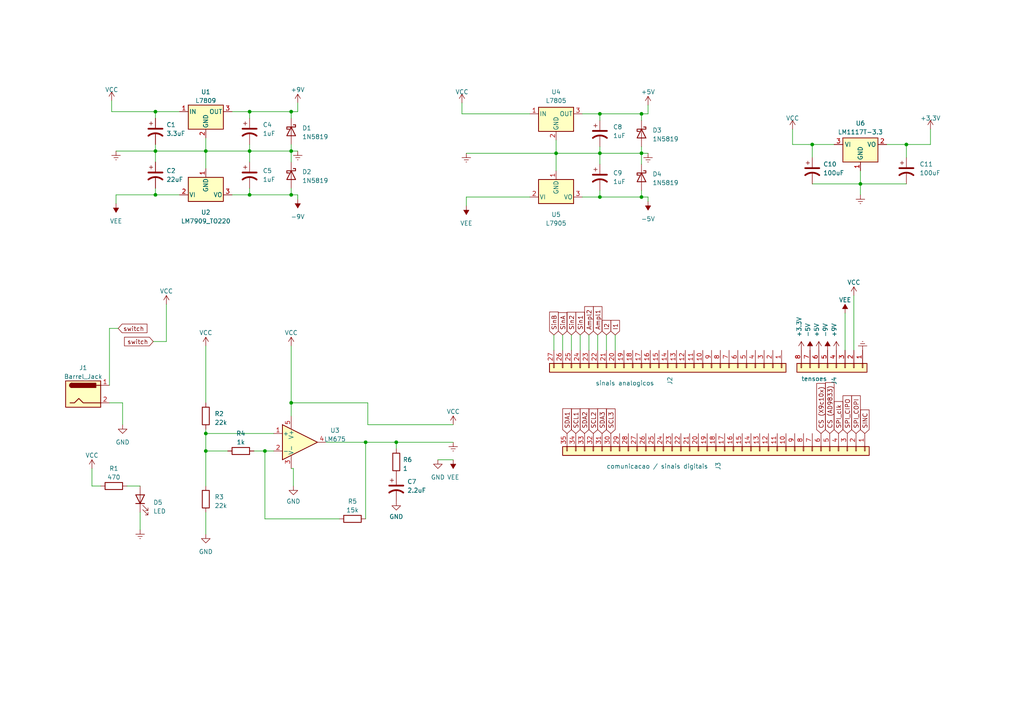
<source format=kicad_sch>
(kicad_sch (version 20230121) (generator eeschema)
  (paper "A4")
  (title_block (title "Fonte de tensao LM675") (date "2023-07-07") (rev "v04") (company "EITduino") (comment 1 "Autor: Gustavo Pinheiro") (comment 2 "projeto com uso de capacitores eletroliticos ou ceramicos") (comment 3 "\"switch\": chave gangorra kcd1para acionamento"))
  (lib_symbols
    (symbol "Amplifier_Operational:LM675" (pin_names (offset 0.127))
      (property "Reference" "U" (at 0 7.62 0))
      (property "Value" "LM675" (at 0 5.08 0))
      (symbol "LM675_0_1"
        (polyline (pts (xy -5.08 5.08) (xy 5.08 0) (xy -5.08 -5.08) (xy -5.08 5.08)) (stroke (width 0.254)) (fill (type background)))
      )
      (symbol "LM675_1_1"
        (pin input line (at -7.62 2.54 0) (length 2.54) (name "+") (number "1"))
        (pin input line (at -7.62 -2.54 0) (length 2.54) (name "-") (number "2"))
        (pin power_in line (at -2.54 -7.62 90) (length 3.81) (name "V-") (number "3"))
        (pin output line (at 7.62 0 180) (length 2.54) (name "~") (number "4"))
        (pin power_in line (at -2.54 7.62 270) (length 3.81) (name "V+") (number "5"))
      )
    )
    (symbol "Connector:Barrel_Jack" (pin_names (offset 1.016))
      (property "Reference" "J" (at 0 5.334 0))
      (property "Value" "Barrel_Jack" (at 0 -5.08 0))
      (symbol "Barrel_Jack_0_1"
        (rectangle (start -5.08 3.81) (end 5.08 -3.81) (stroke (width 0.254)) (fill (type background)))
        (arc (start -3.302 3.175) (mid -3.9343 2.54) (end -3.302 1.905) (stroke (width 0.254)))
        (arc (start -3.302 3.175) (mid -3.9343 2.54) (end -3.302 1.905) (stroke (width 0.254)) (fill (type outline)))
        (polyline (pts (xy 5.08 2.54) (xy 3.81 2.54)) (stroke (width 0.254)))
        (polyline (pts (xy -3.81 -2.54) (xy -2.54 -2.54) (xy -1.27 -1.27) (xy 0 -2.54) (xy 2.54 -2.54) (xy 5.08 -2.54)) (stroke (width 0.254)))
        (rectangle (start 3.683 3.175) (end -3.302 1.905) (stroke (width 0.254)) (fill (type outline)))
      )
      (symbol "Barrel_Jack_1_1"
        (pin passive line (at 7.62 2.54 180) (length 2.54) (name "~") (number "1"))
        (pin passive line (at 7.62 -2.54 180) (length 2.54) (name "~") (number "2"))
      )
    )
    (symbol "Connector_Generic:Conn_01x08" (pin_names (offset 1.016) hide)
      (property "Reference" "J" (at 0 10.16 0))
      (property "Value" "Conn_01x08" (at 0 -12.7 0))
      (symbol "Conn_01x08_1_1"
        (rectangle (start -1.27 -10.033) (end 0 -10.287) (stroke (width 0.1524)))
        (rectangle (start -1.27 -7.493) (end 0 -7.747) (stroke (width 0.1524)))
        (rectangle (start -1.27 -4.953) (end 0 -5.207) (stroke (width 0.1524)))
        (rectangle (start -1.27 -2.413) (end 0 -2.667) (stroke (width 0.1524)))
        (rectangle (start -1.27 0.127) (end 0 -0.127) (stroke (width 0.1524)))
        (rectangle (start -1.27 2.667) (end 0 2.413) (stroke (width 0.1524)))
        (rectangle (start -1.27 5.207) (end 0 4.953) (stroke (width 0.1524)))
        (rectangle (start -1.27 7.747) (end 0 7.493) (stroke (width 0.1524)))
        (rectangle (start -1.27 8.89) (end 1.27 -11.43) (stroke (width 0.254)) (fill (type background)))
        (pin passive line (at -5.08 7.62 0) (length 3.81) (name "Pin_1") (number "1"))
        (pin passive line (at -5.08 5.08 0) (length 3.81) (name "Pin_2") (number "2"))
        (pin passive line (at -5.08 2.54 0) (length 3.81) (name "Pin_3") (number "3"))
        (pin passive line (at -5.08 0 0) (length 3.81) (name "Pin_4") (number "4"))
        (pin passive line (at -5.08 -2.54 0) (length 3.81) (name "Pin_5") (number "5"))
        (pin passive line (at -5.08 -5.08 0) (length 3.81) (name "Pin_6") (number "6"))
        (pin passive line (at -5.08 -7.62 0) (length 3.81) (name "Pin_7") (number "7"))
        (pin passive line (at -5.08 -10.16 0) (length 3.81) (name "Pin_8") (number "8"))
      )
    )
    (symbol "Connector_Generic:Conn_01x27" (pin_names (offset 1.016) hide)
      (property "Reference" "J" (at 0 35.56 0))
      (property "Value" "Conn_01x27" (at 0 -35.56 0))
      (symbol "Conn_01x27_1_1"
        (rectangle (start -1.27 -32.893) (end 0 -33.147) (stroke (width 0.1524)))
        (rectangle (start -1.27 -30.353) (end 0 -30.607) (stroke (width 0.1524)))
        (rectangle (start -1.27 -27.813) (end 0 -28.067) (stroke (width 0.1524)))
        (rectangle (start -1.27 -25.273) (end 0 -25.527) (stroke (width 0.1524)))
        (rectangle (start -1.27 -22.733) (end 0 -22.987) (stroke (width 0.1524)))
        (rectangle (start -1.27 -20.193) (end 0 -20.447) (stroke (width 0.1524)))
        (rectangle (start -1.27 -17.653) (end 0 -17.907) (stroke (width 0.1524)))
        (rectangle (start -1.27 -15.113) (end 0 -15.367) (stroke (width 0.1524)))
        (rectangle (start -1.27 -12.573) (end 0 -12.827) (stroke (width 0.1524)))
        (rectangle (start -1.27 -10.033) (end 0 -10.287) (stroke (width 0.1524)))
        (rectangle (start -1.27 -7.493) (end 0 -7.747) (stroke (width 0.1524)))
        (rectangle (start -1.27 -4.953) (end 0 -5.207) (stroke (width 0.1524)))
        (rectangle (start -1.27 -2.413) (end 0 -2.667) (stroke (width 0.1524)))
        (rectangle (start -1.27 0.127) (end 0 -0.127) (stroke (width 0.1524)))
        (rectangle (start -1.27 2.667) (end 0 2.413) (stroke (width 0.1524)))
        (rectangle (start -1.27 5.207) (end 0 4.953) (stroke (width 0.1524)))
        (rectangle (start -1.27 7.747) (end 0 7.493) (stroke (width 0.1524)))
        (rectangle (start -1.27 10.287) (end 0 10.033) (stroke (width 0.1524)))
        (rectangle (start -1.27 12.827) (end 0 12.573) (stroke (width 0.1524)))
        (rectangle (start -1.27 15.367) (end 0 15.113) (stroke (width 0.1524)))
        (rectangle (start -1.27 17.907) (end 0 17.653) (stroke (width 0.1524)))
        (rectangle (start -1.27 20.447) (end 0 20.193) (stroke (width 0.1524)))
        (rectangle (start -1.27 22.987) (end 0 22.733) (stroke (width 0.1524)))
        (rectangle (start -1.27 25.527) (end 0 25.273) (stroke (width 0.1524)))
        (rectangle (start -1.27 28.067) (end 0 27.813) (stroke (width 0.1524)))
        (rectangle (start -1.27 30.607) (end 0 30.353) (stroke (width 0.1524)))
        (rectangle (start -1.27 33.147) (end 0 32.893) (stroke (width 0.1524)))
        (rectangle (start -1.27 34.29) (end 1.27 -34.29) (stroke (width 0.254)) (fill (type background)))
        (pin passive line (at -5.08 33.02 0) (length 3.81) (name "Pin_1") (number "1"))
        (pin passive line (at -5.08 10.16 0) (length 3.81) (name "Pin_10") (number "10"))
        (pin passive line (at -5.08 7.62 0) (length 3.81) (name "Pin_11") (number "11"))
        (pin passive line (at -5.08 5.08 0) (length 3.81) (name "Pin_12") (number "12"))
        (pin passive line (at -5.08 2.54 0) (length 3.81) (name "Pin_13") (number "13"))
        (pin passive line (at -5.08 0 0) (length 3.81) (name "Pin_14") (number "14"))
        (pin passive line (at -5.08 -2.54 0) (length 3.81) (name "Pin_15") (number "15"))
        (pin passive line (at -5.08 -5.08 0) (length 3.81) (name "Pin_16") (number "16"))
        (pin passive line (at -5.08 -7.62 0) (length 3.81) (name "Pin_17") (number "17"))
        (pin passive line (at -5.08 -10.16 0) (length 3.81) (name "Pin_18") (number "18"))
        (pin passive line (at -5.08 -12.7 0) (length 3.81) (name "Pin_19") (number "19"))
        (pin passive line (at -5.08 30.48 0) (length 3.81) (name "Pin_2") (number "2"))
        (pin passive line (at -5.08 -15.24 0) (length 3.81) (name "Pin_20") (number "20"))
        (pin passive line (at -5.08 -17.78 0) (length 3.81) (name "Pin_21") (number "21"))
        (pin passive line (at -5.08 -20.32 0) (length 3.81) (name "Pin_22") (number "22"))
        (pin passive line (at -5.08 -22.86 0) (length 3.81) (name "Pin_23") (number "23"))
        (pin passive line (at -5.08 -25.4 0) (length 3.81) (name "Pin_24") (number "24"))
        (pin passive line (at -5.08 -27.94 0) (length 3.81) (name "Pin_25") (number "25"))
        (pin passive line (at -5.08 -30.48 0) (length 3.81) (name "Pin_26") (number "26"))
        (pin passive line (at -5.08 -33.02 0) (length 3.81) (name "Pin_27") (number "27"))
        (pin passive line (at -5.08 27.94 0) (length 3.81) (name "Pin_3") (number "3"))
        (pin passive line (at -5.08 25.4 0) (length 3.81) (name "Pin_4") (number "4"))
        (pin passive line (at -5.08 22.86 0) (length 3.81) (name "Pin_5") (number "5"))
        (pin passive line (at -5.08 20.32 0) (length 3.81) (name "Pin_6") (number "6"))
        (pin passive line (at -5.08 17.78 0) (length 3.81) (name "Pin_7") (number "7"))
        (pin passive line (at -5.08 15.24 0) (length 3.81) (name "Pin_8") (number "8"))
        (pin passive line (at -5.08 12.7 0) (length 3.81) (name "Pin_9") (number "9"))
      )
    )
    (symbol "Connector_Generic:Conn_01x35" (pin_names (offset 1.016) hide)
      (property "Reference" "J" (at 0 45.72 0))
      (property "Value" "Conn_01x35" (at 0 -45.72 0))
      (symbol "Conn_01x35_1_1"
        (rectangle (start -1.27 -43.053) (end 0 -43.307) (stroke (width 0.1524)))
        (rectangle (start -1.27 -40.513) (end 0 -40.767) (stroke (width 0.1524)))
        (rectangle (start -1.27 -37.973) (end 0 -38.227) (stroke (width 0.1524)))
        (rectangle (start -1.27 -35.433) (end 0 -35.687) (stroke (width 0.1524)))
        (rectangle (start -1.27 -32.893) (end 0 -33.147) (stroke (width 0.1524)))
        (rectangle (start -1.27 -30.353) (end 0 -30.607) (stroke (width 0.1524)))
        (rectangle (start -1.27 -27.813) (end 0 -28.067) (stroke (width 0.1524)))
        (rectangle (start -1.27 -25.273) (end 0 -25.527) (stroke (width 0.1524)))
        (rectangle (start -1.27 -22.733) (end 0 -22.987) (stroke (width 0.1524)))
        (rectangle (start -1.27 -20.193) (end 0 -20.447) (stroke (width 0.1524)))
        (rectangle (start -1.27 -17.653) (end 0 -17.907) (stroke (width 0.1524)))
        (rectangle (start -1.27 -15.113) (end 0 -15.367) (stroke (width 0.1524)))
        (rectangle (start -1.27 -12.573) (end 0 -12.827) (stroke (width 0.1524)))
        (rectangle (start -1.27 -10.033) (end 0 -10.287) (stroke (width 0.1524)))
        (rectangle (start -1.27 -7.493) (end 0 -7.747) (stroke (width 0.1524)))
        (rectangle (start -1.27 -4.953) (end 0 -5.207) (stroke (width 0.1524)))
        (rectangle (start -1.27 -2.413) (end 0 -2.667) (stroke (width 0.1524)))
        (rectangle (start -1.27 0.127) (end 0 -0.127) (stroke (width 0.1524)))
        (rectangle (start -1.27 2.667) (end 0 2.413) (stroke (width 0.1524)))
        (rectangle (start -1.27 5.207) (end 0 4.953) (stroke (width 0.1524)))
        (rectangle (start -1.27 7.747) (end 0 7.493) (stroke (width 0.1524)))
        (rectangle (start -1.27 10.287) (end 0 10.033) (stroke (width 0.1524)))
        (rectangle (start -1.27 12.827) (end 0 12.573) (stroke (width 0.1524)))
        (rectangle (start -1.27 15.367) (end 0 15.113) (stroke (width 0.1524)))
        (rectangle (start -1.27 17.907) (end 0 17.653) (stroke (width 0.1524)))
        (rectangle (start -1.27 20.447) (end 0 20.193) (stroke (width 0.1524)))
        (rectangle (start -1.27 22.987) (end 0 22.733) (stroke (width 0.1524)))
        (rectangle (start -1.27 25.527) (end 0 25.273) (stroke (width 0.1524)))
        (rectangle (start -1.27 28.067) (end 0 27.813) (stroke (width 0.1524)))
        (rectangle (start -1.27 30.607) (end 0 30.353) (stroke (width 0.1524)))
        (rectangle (start -1.27 33.147) (end 0 32.893) (stroke (width 0.1524)))
        (rectangle (start -1.27 35.687) (end 0 35.433) (stroke (width 0.1524)))
        (rectangle (start -1.27 38.227) (end 0 37.973) (stroke (width 0.1524)))
        (rectangle (start -1.27 40.767) (end 0 40.513) (stroke (width 0.1524)))
        (rectangle (start -1.27 43.307) (end 0 43.053) (stroke (width 0.1524)))
        (rectangle (start -1.27 44.45) (end 1.27 -44.45) (stroke (width 0.254)) (fill (type background)))
        (pin passive line (at -5.08 43.18 0) (length 3.81) (name "Pin_1") (number "1"))
        (pin passive line (at -5.08 20.32 0) (length 3.81) (name "Pin_10") (number "10"))
        (pin passive line (at -5.08 17.78 0) (length 3.81) (name "Pin_11") (number "11"))
        (pin passive line (at -5.08 15.24 0) (length 3.81) (name "Pin_12") (number "12"))
        (pin passive line (at -5.08 12.7 0) (length 3.81) (name "Pin_13") (number "13"))
        (pin passive line (at -5.08 10.16 0) (length 3.81) (name "Pin_14") (number "14"))
        (pin passive line (at -5.08 7.62 0) (length 3.81) (name "Pin_15") (number "15"))
        (pin passive line (at -5.08 5.08 0) (length 3.81) (name "Pin_16") (number "16"))
        (pin passive line (at -5.08 2.54 0) (length 3.81) (name "Pin_17") (number "17"))
        (pin passive line (at -5.08 0 0) (length 3.81) (name "Pin_18") (number "18"))
        (pin passive line (at -5.08 -2.54 0) (length 3.81) (name "Pin_19") (number "19"))
        (pin passive line (at -5.08 40.64 0) (length 3.81) (name "Pin_2") (number "2"))
        (pin passive line (at -5.08 -5.08 0) (length 3.81) (name "Pin_20") (number "20"))
        (pin passive line (at -5.08 -7.62 0) (length 3.81) (name "Pin_21") (number "21"))
        (pin passive line (at -5.08 -10.16 0) (length 3.81) (name "Pin_22") (number "22"))
        (pin passive line (at -5.08 -12.7 0) (length 3.81) (name "Pin_23") (number "23"))
        (pin passive line (at -5.08 -15.24 0) (length 3.81) (name "Pin_24") (number "24"))
        (pin passive line (at -5.08 -17.78 0) (length 3.81) (name "Pin_25") (number "25"))
        (pin passive line (at -5.08 -20.32 0) (length 3.81) (name "Pin_26") (number "26"))
        (pin passive line (at -5.08 -22.86 0) (length 3.81) (name "Pin_27") (number "27"))
        (pin passive line (at -5.08 -25.4 0) (length 3.81) (name "Pin_28") (number "28"))
        (pin passive line (at -5.08 -27.94 0) (length 3.81) (name "Pin_29") (number "29"))
        (pin passive line (at -5.08 38.1 0) (length 3.81) (name "Pin_3") (number "3"))
        (pin passive line (at -5.08 -30.48 0) (length 3.81) (name "Pin_30") (number "30"))
        (pin passive line (at -5.08 -33.02 0) (length 3.81) (name "Pin_31") (number "31"))
        (pin passive line (at -5.08 -35.56 0) (length 3.81) (name "Pin_32") (number "32"))
        (pin passive line (at -5.08 -38.1 0) (length 3.81) (name "Pin_33") (number "33"))
        (pin passive line (at -5.08 -40.64 0) (length 3.81) (name "Pin_34") (number "34"))
        (pin passive line (at -5.08 -43.18 0) (length 3.81) (name "Pin_35") (number "35"))
        (pin passive line (at -5.08 35.56 0) (length 3.81) (name "Pin_4") (number "4"))
        (pin passive line (at -5.08 33.02 0) (length 3.81) (name "Pin_5") (number "5"))
        (pin passive line (at -5.08 30.48 0) (length 3.81) (name "Pin_6") (number "6"))
        (pin passive line (at -5.08 27.94 0) (length 3.81) (name "Pin_7") (number "7"))
        (pin passive line (at -5.08 25.4 0) (length 3.81) (name "Pin_8") (number "8"))
        (pin passive line (at -5.08 22.86 0) (length 3.81) (name "Pin_9") (number "9"))
      )
    )
    (symbol "Device:C_Polarized_US" (pin_numbers hide) (pin_names (offset 0.254) hide)
      (property "Reference" "C" (at 0.635 2.54 0))
      (property "Value" "C_Polarized_US" (at 0.635 -2.54 0))
      (symbol "C_Polarized_US_0_1"
        (polyline (pts (xy -2.032 0.762) (xy 2.032 0.762)) (stroke (width 0.508)))
        (polyline (pts (xy -1.778 2.286) (xy -0.762 2.286)))
        (polyline (pts (xy -1.27 1.778) (xy -1.27 2.794)))
        (arc (start 2.032 -1.27) (mid 0 -0.5572) (end -2.032 -1.27) (stroke (width 0.508)))
      )
      (symbol "C_Polarized_US_1_1"
        (pin passive line (at 0 3.81 270) (length 2.794) (name "~") (number "1"))
        (pin passive line (at 0 -3.81 90) (length 3.302) (name "~") (number "2"))
      )
    )
    (symbol "Device:LED" (pin_numbers hide) (pin_names (offset 1.016) hide)
      (property "Reference" "D" (at 0 2.54 0))
      (property "Value" "LED" (at 0 -2.54 0))
      (symbol "LED_0_1"
        (polyline (pts (xy -1.27 -1.27) (xy -1.27 1.27)) (stroke (width 0.254)))
        (polyline (pts (xy -1.27 0) (xy 1.27 0)))
        (polyline (pts (xy 1.27 -1.27) (xy 1.27 1.27) (xy -1.27 0) (xy 1.27 -1.27)) (stroke (width 0.254)))
        (polyline (pts (xy -3.048 -0.762) (xy -4.572 -2.286) (xy -3.81 -2.286) (xy -4.572 -2.286) (xy -4.572 -1.524)))
        (polyline (pts (xy -1.778 -0.762) (xy -3.302 -2.286) (xy -2.54 -2.286) (xy -3.302 -2.286) (xy -3.302 -1.524)))
      )
      (symbol "LED_1_1"
        (pin passive line (at -3.81 0 0) (length 2.54) (name "K") (number "1"))
        (pin passive line (at 3.81 0 180) (length 2.54) (name "A") (number "2"))
      )
    )
    (symbol "Device:R" (pin_numbers hide) (pin_names (offset 0))
      (property "Reference" "R" (at 2.032 0 90))
      (property "Value" "R" (at 0 0 90))
      (symbol "R_0_1"
        (rectangle (start -1.016 -2.54) (end 1.016 2.54) (stroke (width 0.254)))
      )
      (symbol "R_1_1"
        (pin passive line (at 0 3.81 270) (length 1.27) (name "~") (number "1"))
        (pin passive line (at 0 -3.81 90) (length 1.27) (name "~") (number "2"))
      )
    )
    (symbol "Diode:1N5819" (pin_numbers hide) (pin_names (offset 1.016) hide)
      (property "Reference" "D" (at 0 2.54 0))
      (property "Value" "1N5819" (at 0 -2.54 0))
      (symbol "1N5819_0_1"
        (polyline (pts (xy 1.27 0) (xy -1.27 0)))
        (polyline (pts (xy 1.27 1.27) (xy 1.27 -1.27) (xy -1.27 0) (xy 1.27 1.27)) (stroke (width 0.254)))
        (polyline (pts (xy -1.905 0.635) (xy -1.905 1.27) (xy -1.27 1.27) (xy -1.27 -1.27) (xy -0.635 -1.27) (xy -0.635 -0.635)) (stroke (width 0.254)))
      )
      (symbol "1N5819_1_1"
        (pin passive line (at -3.81 0 0) (length 2.54) (name "K") (number "1"))
        (pin passive line (at 3.81 0 180) (length 2.54) (name "A") (number "2"))
      )
    )
    (symbol "Regulator_Linear:L7805" (pin_names (offset 0.254))
      (property "Reference" "U" (at -3.81 3.175 0))
      (property "Value" "L7805" (at 0 3.175 0))
      (symbol "L7805_0_1"
        (rectangle (start -5.08 1.905) (end 5.08 -5.08) (stroke (width 0.254)) (fill (type background)))
      )
      (symbol "L7805_1_1"
        (pin power_in line (at -7.62 0 0) (length 2.54) (name "IN") (number "1"))
        (pin power_in line (at 0 -7.62 90) (length 2.54) (name "GND") (number "2"))
        (pin power_out line (at 7.62 0 180) (length 2.54) (name "OUT") (number "3"))
      )
    )
    (symbol "Regulator_Linear:L7809" (pin_names (offset 0.254))
      (property "Reference" "U" (at -3.81 3.175 0))
      (property "Value" "L7809" (at 0 3.175 0))
      (symbol "L7809_0_1"
        (rectangle (start -5.08 1.905) (end 5.08 -5.08) (stroke (width 0.254)) (fill (type background)))
      )
      (symbol "L7809_1_1"
        (pin power_in line (at -7.62 0 0) (length 2.54) (name "IN") (number "1"))
        (pin power_in line (at 0 -7.62 90) (length 2.54) (name "GND") (number "2"))
        (pin power_out line (at 7.62 0 180) (length 2.54) (name "OUT") (number "3"))
      )
    )
    (symbol "Regulator_Linear:L7905" (pin_names (offset 0.254))
      (property "Reference" "U" (at -3.81 -3.175 0))
      (property "Value" "L7905" (at 0 -3.175 0))
      (symbol "L7905_0_1"
        (rectangle (start -5.08 5.08) (end 5.08 -1.905) (stroke (width 0.254)) (fill (type background)))
      )
      (symbol "L7905_1_1"
        (pin power_in line (at 0 7.62 270) (length 2.54) (name "GND") (number "1"))
        (pin power_in line (at -7.62 0 0) (length 2.54) (name "VI") (number "2"))
        (pin power_out line (at 7.62 0 180) (length 2.54) (name "VO") (number "3"))
      )
    )
    (symbol "Regulator_Linear:LM1117T-3.3"
      (property "Reference" "U" (at -3.81 3.175 0))
      (property "Value" "LM1117T-3.3" (at 0 3.175 0))
      (symbol "LM1117T-3.3_0_1"
        (rectangle (start -5.08 -5.08) (end 5.08 1.905) (stroke (width 0.254)) (fill (type background)))
      )
      (symbol "LM1117T-3.3_1_1"
        (pin power_in line (at 0 -7.62 90) (length 2.54) (name "GND") (number "1"))
        (pin power_out line (at 7.62 0 180) (length 2.54) (name "VO") (number "2"))
        (pin power_in line (at -7.62 0 0) (length 2.54) (name "VI") (number "3"))
      )
    )
    (symbol "Regulator_Linear:LM7909_TO220" (pin_names (offset 0.254))
      (property "Reference" "U" (at -3.81 -3.175 0))
      (property "Value" "LM7909_TO220" (at 0 -3.175 0))
      (symbol "LM7909_TO220_0_1"
        (rectangle (start -5.08 5.08) (end 5.08 -1.905) (stroke (width 0.254)) (fill (type background)))
      )
      (symbol "LM7909_TO220_1_1"
        (pin power_in line (at 0 7.62 270) (length 2.54) (name "GND") (number "1"))
        (pin power_in line (at -7.62 0 0) (length 2.54) (name "VI") (number "2"))
        (pin power_out line (at 7.62 0 180) (length 2.54) (name "VO") (number "3"))
      )
    )
    (symbol "VCC_1" (power) (pin_names (offset 0))
      (property "Value" "VCC_1" (at 0 3.81 0))
      (symbol "VCC_1_0_1"
        (polyline (pts (xy -0.762 1.27) (xy 0 2.54)))
        (polyline (pts (xy 0 0) (xy 0 2.54)))
        (polyline (pts (xy 0 2.54) (xy 0.762 1.27)))
      )
      (symbol "VCC_1_1_1"
        (pin power_in line (at 0 0 90) (length 0) hide (name "VCC") (number "1"))
      )
    )
    (symbol "power:+3.3V" (power) (pin_names (offset 0))
      (property "Value" "+3.3V" (at 0 3.556 0))
      (symbol "+3.3V_0_1"
        (polyline (pts (xy -0.762 1.27) (xy 0 2.54)))
        (polyline (pts (xy 0 0) (xy 0 2.54)))
        (polyline (pts (xy 0 2.54) (xy 0.762 1.27)))
      )
      (symbol "+3.3V_1_1"
        (pin power_in line (at 0 0 90) (length 0) hide (name "+3.3V") (number "1"))
      )
    )
    (symbol "power:+5V" (power) (pin_names (offset 0))
      (property "Value" "+5V" (at 0 3.556 0))
      (symbol "+5V_0_1"
        (polyline (pts (xy -0.762 1.27) (xy 0 2.54)))
        (polyline (pts (xy 0 0) (xy 0 2.54)))
        (polyline (pts (xy 0 2.54) (xy 0.762 1.27)))
      )
      (symbol "+5V_1_1"
        (pin power_in line (at 0 0 90) (length 0) hide (name "+5V") (number "1"))
      )
    )
    (symbol "power:+9V" (power) (pin_names (offset 0))
      (property "Value" "+9V" (at 0 3.556 0))
      (symbol "+9V_0_1"
        (polyline (pts (xy -0.762 1.27) (xy 0 2.54)))
        (polyline (pts (xy 0 0) (xy 0 2.54)))
        (polyline (pts (xy 0 2.54) (xy 0.762 1.27)))
      )
      (symbol "+9V_1_1"
        (pin power_in line (at 0 0 90) (length 0) hide (name "+9V") (number "1"))
      )
    )
    (symbol "power:-5V" (power) (pin_names (offset 0))
      (property "Value" "-5V" (at 0 3.81 0))
      (symbol "-5V_0_0"
        (pin power_in line (at 0 0 90) (length 0) hide (name "-5V") (number "1"))
      )
      (symbol "-5V_0_1"
        (polyline (pts (xy 0 0) (xy 0 1.27) (xy 0.762 1.27) (xy 0 2.54) (xy -0.762 1.27) (xy 0 1.27)) (fill (type outline)))
      )
    )
    (symbol "power:-9V" (power) (pin_names (offset 0))
      (property "Value" "-9V" (at 0 3.81 0))
      (symbol "-9V_0_1"
        (polyline (pts (xy 0 0) (xy 0 2.54)))
        (polyline (pts (xy 0.762 1.27) (xy -0.762 1.27) (xy 0 2.54) (xy 0.762 1.27)) (fill (type outline)))
      )
      (symbol "-9V_1_1"
        (pin power_in line (at 0 0 90) (length 0) hide (name "-9V") (number "1"))
      )
    )
    (symbol "power:Earth" (power) (pin_names (offset 0))
      (symbol "Earth_0_1"
        (polyline (pts (xy -0.635 -1.905) (xy 0.635 -1.905)))
        (polyline (pts (xy -0.127 -2.54) (xy 0.127 -2.54)))
        (polyline (pts (xy 0 -1.27) (xy 0 0)))
        (polyline (pts (xy 1.27 -1.27) (xy -1.27 -1.27)))
      )
      (symbol "Earth_1_1"
        (pin power_in line (at 0 0 270) (length 0) hide (name "Earth") (number "1"))
      )
    )
    (symbol "power:GND" (power) (pin_names (offset 0))
      (property "Value" "GND" (at 0 -3.81 0))
      (symbol "GND_0_1"
        (polyline (pts (xy 0 0) (xy 0 -1.27) (xy 1.27 -1.27) (xy 0 -2.54) (xy -1.27 -1.27) (xy 0 -1.27)))
      )
      (symbol "GND_1_1"
        (pin power_in line (at 0 0 270) (length 0) hide (name "GND") (number "1"))
      )
    )
    (symbol "power:VCC" (power) (pin_names (offset 0))
      (property "Value" "VCC" (at 0 3.81 0))
      (symbol "VCC_0_1"
        (polyline (pts (xy -0.762 1.27) (xy 0 2.54)))
        (polyline (pts (xy 0 0) (xy 0 2.54)))
        (polyline (pts (xy 0 2.54) (xy 0.762 1.27)))
      )
      (symbol "VCC_1_1"
        (pin power_in line (at 0 0 90) (length 0) hide (name "VCC") (number "1"))
      )
    )
    (symbol "power:VEE" (power) (pin_names (offset 0))
      (property "Value" "VEE" (at 0 3.81 0))
      (symbol "VEE_0_1"
        (polyline (pts (xy 0 0) (xy 0 2.54)))
        (polyline (pts (xy 0.762 1.27) (xy -0.762 1.27) (xy 0 2.54) (xy 0.762 1.27)) (fill (type outline)))
      )
      (symbol "VEE_1_1"
        (pin power_in line (at 0 0 90) (length 0) hide (name "VEE") (number "1"))
      )
    )
  )
  (junction (at 173.99 57.15))
  (junction (at 84.455 32.385))
  (junction (at 45.085 32.385))
  (junction (at 59.69 43.815))
  (junction (at 84.455 116.84))
  (junction (at 186.055 33.02))
  (junction (at 173.99 44.45))
  (junction (at 235.585 41.91))
  (junction (at 186.055 44.45))
  (junction (at 173.99 33.02))
  (junction (at 84.455 43.815))
  (junction (at 72.39 56.515))
  (junction (at 59.69 125.73))
  (junction (at 114.935 128.27))
  (junction (at 186.055 57.15))
  (junction (at 45.085 43.815))
  (junction (at 249.555 53.34))
  (junction (at 84.455 56.515))
  (junction (at 72.39 32.385))
  (junction (at 59.69 130.81))
  (junction (at 262.89 41.91))
  (junction (at 161.29 44.45))
  (junction (at 76.835 130.81))
  (junction (at 72.39 43.815))
  (junction (at 106.045 128.27))
  (junction (at 45.085 56.515))
  (wire (pts (xy 76.835 150.495) (xy 76.835 130.81)))
  (wire (pts (xy 269.875 41.91) (xy 262.89 41.91)))
  (wire (pts (xy 32.385 29.21) (xy 32.385 32.385)))
  (wire (pts (xy 245.11 90.805) (xy 245.11 101.6)))
  (wire (pts (xy 84.455 116.84) (xy 84.455 120.65)))
  (wire (pts (xy 175.895 97.155) (xy 175.895 101.6)))
  (wire (pts (xy 48.26 88.265) (xy 48.26 99.06)))
  (wire (pts (xy 235.585 41.91) (xy 241.935 41.91)))
  (wire (pts (xy 229.87 41.91) (xy 235.585 41.91)))
  (wire (pts (xy 163.195 97.155) (xy 163.195 101.6)))
  (wire (pts (xy 45.085 32.385) (xy 52.07 32.385)))
  (wire (pts (xy 40.64 148.59) (xy 40.64 153.67)))
  (wire (pts (xy 33.655 56.515) (xy 45.085 56.515)))
  (wire (pts (xy 76.835 130.81) (xy 79.375 130.81)))
  (wire (pts (xy 33.655 59.055) (xy 33.655 56.515)))
  (wire (pts (xy 84.455 32.385) (xy 86.36 32.385)))
  (wire (pts (xy 59.69 40.005) (xy 59.69 43.815)))
  (wire (pts (xy 114.935 128.27) (xy 131.445 128.27)))
  (wire (pts (xy 85.09 135.89) (xy 84.455 135.89)))
  (wire (pts (xy 45.085 34.29) (xy 45.085 32.385)))
  (wire (pts (xy 173.99 42.545) (xy 173.99 44.45)))
  (wire (pts (xy 133.985 33.02) (xy 153.67 33.02)))
  (wire (pts (xy 186.055 33.02) (xy 187.96 33.02)))
  (wire (pts (xy 26.67 140.97) (xy 29.21 140.97)))
  (wire (pts (xy 133.985 29.845) (xy 133.985 33.02)))
  (wire (pts (xy 173.99 44.45) (xy 186.055 44.45)))
  (wire (pts (xy 84.455 54.61) (xy 84.455 56.515)))
  (wire (pts (xy 168.91 33.02) (xy 173.99 33.02)))
  (wire (pts (xy 34.29 95.25) (xy 31.75 95.25)))
  (wire (pts (xy 135.255 44.45) (xy 161.29 44.45)))
  (wire (pts (xy 186.055 57.15) (xy 187.96 57.15)))
  (wire (pts (xy 114.935 128.27) (xy 114.935 130.175)))
  (wire (pts (xy 135.255 57.15) (xy 153.67 57.15)))
  (wire (pts (xy 106.68 123.19) (xy 106.68 116.84)))
  (wire (pts (xy 84.455 43.815) (xy 86.36 43.815)))
  (wire (pts (xy 59.69 124.46) (xy 59.69 125.73)))
  (wire (pts (xy 262.89 41.91) (xy 262.89 45.72)))
  (wire (pts (xy 173.99 33.02) (xy 173.99 34.925)))
  (wire (pts (xy 84.455 32.385) (xy 84.455 34.29)))
  (wire (pts (xy 173.99 33.02) (xy 186.055 33.02)))
  (wire (pts (xy 35.56 116.84) (xy 35.56 123.19)))
  (wire (pts (xy 173.99 57.15) (xy 186.055 57.15)))
  (wire (pts (xy 45.085 54.61) (xy 45.085 56.515)))
  (wire (pts (xy 127 133.35) (xy 131.445 133.35)))
  (wire (pts (xy 84.455 56.515) (xy 86.36 56.515)))
  (wire (pts (xy 168.275 97.155) (xy 168.275 101.6)))
  (wire (pts (xy 67.31 32.385) (xy 72.39 32.385)))
  (wire (pts (xy 106.045 128.27) (xy 106.045 150.495)))
  (wire (pts (xy 229.87 37.465) (xy 229.87 41.91)))
  (wire (pts (xy 84.455 41.91) (xy 84.455 43.815)))
  (wire (pts (xy 72.39 43.815) (xy 84.455 43.815)))
  (wire (pts (xy 59.69 43.815) (xy 72.39 43.815)))
  (wire (pts (xy 235.585 53.34) (xy 249.555 53.34)))
  (wire (pts (xy 186.055 42.545) (xy 186.055 44.45)))
  (wire (pts (xy 186.055 33.02) (xy 186.055 34.925)))
  (wire (pts (xy 187.96 57.15) (xy 187.96 58.42)))
  (wire (pts (xy 48.26 99.06) (xy 44.45 99.06)))
  (wire (pts (xy 26.67 135.89) (xy 26.67 140.97)))
  (wire (pts (xy 72.39 56.515) (xy 84.455 56.515)))
  (wire (pts (xy 59.69 125.73) (xy 79.375 125.73)))
  (wire (pts (xy 36.83 140.97) (xy 40.64 140.97)))
  (wire (pts (xy 178.435 97.155) (xy 178.435 101.6)))
  (wire (pts (xy 173.99 44.45) (xy 173.99 47.625)))
  (wire (pts (xy 249.555 53.34) (xy 249.555 56.515)))
  (wire (pts (xy 186.055 44.45) (xy 187.96 44.45)))
  (wire (pts (xy 45.085 43.815) (xy 59.69 43.815)))
  (wire (pts (xy 84.455 100.33) (xy 84.455 116.84)))
  (wire (pts (xy 168.91 57.15) (xy 173.99 57.15)))
  (wire (pts (xy 98.425 150.495) (xy 76.835 150.495)))
  (wire (pts (xy 161.29 40.64) (xy 161.29 44.45)))
  (wire (pts (xy 45.085 41.91) (xy 45.085 43.815)))
  (wire (pts (xy 106.045 128.27) (xy 114.935 128.27)))
  (wire (pts (xy 161.29 44.45) (xy 173.99 44.45)))
  (wire (pts (xy 84.455 43.815) (xy 84.455 46.99)))
  (wire (pts (xy 186.055 44.45) (xy 186.055 47.625)))
  (wire (pts (xy 45.085 56.515) (xy 52.07 56.515)))
  (wire (pts (xy 59.69 100.33) (xy 59.69 116.84)))
  (wire (pts (xy 161.29 44.45) (xy 161.29 49.53)))
  (wire (pts (xy 32.385 32.385) (xy 45.085 32.385)))
  (wire (pts (xy 247.65 85.725) (xy 247.65 101.6)))
  (wire (pts (xy 31.75 95.25) (xy 31.75 111.76)))
  (wire (pts (xy 173.99 57.15) (xy 173.99 55.245)))
  (wire (pts (xy 173.355 97.155) (xy 173.355 101.6)))
  (wire (pts (xy 33.655 43.815) (xy 45.085 43.815)))
  (wire (pts (xy 72.39 56.515) (xy 72.39 54.61)))
  (wire (pts (xy 86.36 29.845) (xy 86.36 32.385)))
  (wire (pts (xy 72.39 41.91) (xy 72.39 43.815)))
  (wire (pts (xy 269.875 37.465) (xy 269.875 41.91)))
  (wire (pts (xy 59.69 148.59) (xy 59.69 154.94)))
  (wire (pts (xy 187.96 30.48) (xy 187.96 33.02)))
  (wire (pts (xy 86.36 56.515) (xy 86.36 57.785)))
  (wire (pts (xy 257.175 41.91) (xy 262.89 41.91)))
  (wire (pts (xy 106.68 123.19) (xy 131.445 123.19)))
  (wire (pts (xy 106.68 116.84) (xy 84.455 116.84)))
  (wire (pts (xy 67.31 56.515) (xy 72.39 56.515)))
  (wire (pts (xy 59.69 43.815) (xy 59.69 48.895)))
  (wire (pts (xy 160.655 97.155) (xy 160.655 101.6)))
  (wire (pts (xy 249.555 53.34) (xy 262.89 53.34)))
  (wire (pts (xy 59.69 125.73) (xy 59.69 130.81)))
  (wire (pts (xy 59.69 130.81) (xy 66.04 130.81)))
  (wire (pts (xy 186.055 55.245) (xy 186.055 57.15)))
  (wire (pts (xy 72.39 32.385) (xy 84.455 32.385)))
  (wire (pts (xy 72.39 32.385) (xy 72.39 34.29)))
  (wire (pts (xy 170.815 97.155) (xy 170.815 101.6)))
  (wire (pts (xy 73.66 130.81) (xy 76.835 130.81)))
  (wire (pts (xy 165.735 97.155) (xy 165.735 101.6)))
  (wire (pts (xy 94.615 128.27) (xy 106.045 128.27)))
  (wire (pts (xy 31.75 116.84) (xy 35.56 116.84)))
  (wire (pts (xy 235.585 45.72) (xy 235.585 41.91)))
  (wire (pts (xy 249.555 49.53) (xy 249.555 53.34)))
  (wire (pts (xy 85.09 140.97) (xy 85.09 135.89)))
  (wire (pts (xy 72.39 43.815) (xy 72.39 46.99)))
  (wire (pts (xy 45.085 43.815) (xy 45.085 46.99)))
  (wire (pts (xy 59.69 130.81) (xy 59.69 140.97)))
  (wire (pts (xy 135.255 59.69) (xy 135.255 57.15)))
  (global_label "SPI_clk" (shape input) (at 243.205 125.73 90) (property "Intersheetrefs" "${INTERSHEET_REFS}" (effects hide)))
  (global_label "I1" (shape input) (at 178.435 97.155 90) (property "Intersheetrefs" "${INTERSHEET_REFS}" (effects hide)))
  (global_label "SDA3" (shape input) (at 174.625 125.73 90) (property "Intersheetrefs" "${INTERSHEET_REFS}" (effects hide)))
  (global_label "SINC" (shape input) (at 250.825 125.73 90) (property "Intersheetrefs" "${INTERSHEET_REFS}" (effects hide)))
  (global_label "SDA2" (shape input) (at 169.545 125.73 90) (property "Intersheetrefs" "${INTERSHEET_REFS}" (effects hide)))
  (global_label "Ampl1" (shape input) (at 173.355 97.155 90) (property "Intersheetrefs" "${INTERSHEET_REFS}" (effects hide)))
  (global_label "SDA1" (shape input) (at 164.465 125.73 90) (property "Intersheetrefs" "${INTERSHEET_REFS}" (effects hide)))
  (global_label "Ampl2" (shape input) (at 170.815 97.155 90) (property "Intersheetrefs" "${INTERSHEET_REFS}" (effects hide)))
  (global_label "SCL2" (shape input) (at 172.085 125.73 90) (property "Intersheetrefs" "${INTERSHEET_REFS}" (effects hide)))
  (global_label "SCL3" (shape input) (at 177.165 125.73 90) (property "Intersheetrefs" "${INTERSHEET_REFS}" (effects hide)))
  (global_label "Sin2" (shape input) (at 165.735 97.155 90) (property "Intersheetrefs" "${INTERSHEET_REFS}" (effects hide)))
  (global_label "switch" (shape input) (at 34.29 95.25 0) (property "Intersheetrefs" "${INTERSHEET_REFS}" (effects hide)))
  (global_label "switch" (shape input) (at 44.45 99.06 180) (property "Intersheetrefs" "${INTERSHEET_REFS}" (effects hide)))
  (global_label "SPI_CIPO" (shape input) (at 245.745 125.73 90) (property "Intersheetrefs" "${INTERSHEET_REFS}" (effects hide)))
  (global_label "SinA" (shape input) (at 163.195 97.155 90) (property "Intersheetrefs" "${INTERSHEET_REFS}" (effects hide)))
  (global_label "I2" (shape input) (at 175.895 97.155 90) (property "Intersheetrefs" "${INTERSHEET_REFS}" (effects hide)))
  (global_label "CS (X9c10x)" (shape input) (at 238.125 125.73 90) (property "Intersheetrefs" "${INTERSHEET_REFS}" (effects hide)))
  (global_label "SinB" (shape input) (at 160.655 97.155 90) (property "Intersheetrefs" "${INTERSHEET_REFS}" (effects hide)))
  (global_label "Sin1" (shape input) (at 168.275 97.155 90) (property "Intersheetrefs" "${INTERSHEET_REFS}" (effects hide)))
  (global_label "SCL1" (shape input) (at 167.005 125.73 90) (property "Intersheetrefs" "${INTERSHEET_REFS}" (effects hide)))
  (global_label "SPI_COPI" (shape input) (at 248.285 125.73 90) (property "Intersheetrefs" "${INTERSHEET_REFS}" (effects hide)))
  (global_label "CS (AD9833)" (shape input) (at 240.665 125.73 90) (property "Intersheetrefs" "${INTERSHEET_REFS}" (effects hide)))
  (symbol (lib_id "Device:R") (at 69.85 130.81 90) (unit 1)
    (property "Reference" "R4" (at 69.85 125.73 90))
    (property "Value" "1k" (at 69.85 128.27 90))
    (property "Footprint" "Resistor_THT:R_Axial_DIN0617_L17.0mm_D6.0mm_P20.32mm_Horizontal" (effects hide))
  )
  (symbol (lib_id "power:GND") (at 85.09 140.97 0) (unit 1)
    (property "Reference" "#PWR0137" (effects hide))
    (property "Value" "GND" (at 85.09 145.415 0))
  )
  (symbol (lib_id "power:VCC") (at 48.26 88.265 0) (unit 1)
    (property "Reference" "#PWR0115" (effects hide))
    (property "Value" "VCC" (at 48.26 84.455 0))
  )
  (symbol (lib_id "Device:C_Polarized_US") (at 72.39 38.1 0) (unit 1)
    (property "Reference" "C4" (at 76.2 36.195 0) (effects (justify left)))
    (property "Value" "1uF" (at 76.2 38.735 0) (effects (justify left)))
    (property "Footprint" "Capacitor_THT:CP_Radial_D5.0mm_P2.50mm" (effects hide))
  )
  (symbol (lib_id "Device:C_Polarized_US") (at 235.585 49.53 0) (unit 1)
    (property "Reference" "C10" (at 238.76 47.625 0) (effects (justify left)))
    (property "Value" "100uF" (at 238.76 50.165 0) (effects (justify left)))
    (property "Footprint" "Capacitor_THT:CP_Radial_D5.0mm_P2.50mm" (effects hide))
  )
  (symbol (lib_id "power:Earth") (at 131.445 128.27 0) (unit 1)
    (property "Reference" "#PWR0135" (effects hide))
    (property "Value" "Earth" (effects hide))
  )
  (symbol (lib_id "power:+3.3V") (at 232.41 101.6 0) (unit 1)
    (property "Reference" "#PWR0130" (effects hide))
    (property "Value" "+3.3V" (at 231.775 97.79 90) (effects (justify left)))
  )
  (symbol (lib_id "power:Earth") (at 187.96 44.45 0) (unit 1)
    (property "Reference" "#PWR0110" (effects hide))
    (property "Value" "Earth" (effects hide))
  )
  (symbol (lib_id "Regulator_Linear:L7805") (at 161.29 33.02 0) (unit 1)
    (property "Reference" "U4" (at 161.29 26.67 0))
    (property "Value" "L7805" (at 161.29 29.21 0))
    (property "Footprint" "Package_TO_SOT_THT:TO-220-3_Vertical" (effects hide))
    (property "Datasheet" "http://www.st.com/content/ccc/resource/technical/document/datasheet/41/4f/b3/b0/12/d4/47/88/CD00000444.pdf/files/CD00000444.pdf/jcr:content/translations/en.CD00000444.pdf" (effects hide))
  )
  (symbol (lib_id "power:VCC") (at 133.985 29.845 0) (unit 1)
    (property "Reference" "#PWR0107" (effects hide))
    (property "Value" "VCC" (at 133.985 26.67 0))
  )
  (symbol (lib_id "power:GND") (at 127 133.35 0) (unit 1)
    (property "Reference" "#PWR0134" (effects hide))
    (property "Value" "GND" (at 127 138.43 0))
  )
  (symbol (lib_id "power:VCC") (at 84.455 100.33 0) (unit 1)
    (property "Reference" "#PWR0120" (effects hide))
    (property "Value" "VCC" (at 84.455 96.52 0))
  )
  (symbol (lib_id "power:VCC") (at 131.445 123.19 0) (unit 1)
    (property "Reference" "#PWR0132" (effects hide))
    (property "Value" "VCC" (at 131.445 119.38 0))
  )
  (symbol (lib_id "power:VEE") (at 135.255 59.69 180) (unit 1)
    (property "Reference" "#PWR0109" (effects hide))
    (property "Value" "VEE" (at 135.255 64.77 0))
  )
  (symbol (lib_id "Device:C_Polarized_US") (at 45.085 50.8 0) (unit 1)
    (property "Reference" "C2" (at 48.26 49.53 0) (effects (justify left)))
    (property "Value" "22uF" (at 48.26 52.07 0) (effects (justify left)))
    (property "Footprint" "Capacitor_THT:CP_Radial_D5.0mm_P2.50mm" (effects hide))
  )
  (symbol (lib_id "Device:R") (at 102.235 150.495 90) (unit 1)
    (property "Reference" "R5" (at 102.235 145.415 90))
    (property "Value" "15k" (at 102.235 147.955 90))
    (property "Footprint" "Resistor_THT:R_Axial_DIN0617_L17.0mm_D6.0mm_P20.32mm_Horizontal" (effects hide))
  )
  (symbol (lib_id "Connector_Generic:Conn_01x27") (at 193.675 106.68 270) (unit 1)
    (property "Reference" "J2" (at 194.31 109.22 0) (effects (justify left)))
    (property "Value" "sinais analogicos" (at 172.72 111.125 90) (effects (justify left)))
    (property "Footprint" "Connector_PinHeader_2.54mm:PinHeader_1x27_P2.54mm_Vertical" (effects hide))
  )
  (symbol (lib_id "Device:C_Polarized_US") (at 45.085 38.1 0) (unit 1)
    (property "Reference" "C1" (at 48.26 36.195 0) (effects (justify left)))
    (property "Value" "3.3uF" (at 48.26 38.735 0) (effects (justify left)))
    (property "Footprint" "Capacitor_THT:CP_Radial_D5.0mm_P2.50mm" (effects hide))
  )
  (symbol (lib_id "power:GND") (at 114.935 145.415 0) (unit 1)
    (property "Reference" "#PWR0133" (effects hide))
    (property "Value" "GND" (at 114.935 149.86 0))
  )
  (symbol (lib_id "power:VEE") (at 245.11 90.805 0) (unit 1)
    (property "Reference" "#PWR0123" (effects hide))
    (property "Value" "VEE" (at 245.11 86.995 0))
  )
  (symbol (lib_id "Device:R") (at 59.69 120.65 0) (unit 1)
    (property "Reference" "R2" (at 62.23 120.015 0) (effects (justify left)))
    (property "Value" "22k" (at 62.23 122.555 0) (effects (justify left)))
    (property "Footprint" "Resistor_THT:R_Axial_DIN0617_L17.0mm_D6.0mm_P20.32mm_Horizontal" (effects hide))
  )
  (symbol (lib_id "Connector_Generic:Conn_01x08") (at 242.57 106.68 270) (unit 1)
    (property "Reference" "J4" (at 241.935 109.22 0) (effects (justify left)))
    (property "Value" "tensoes" (at 232.41 109.855 90) (effects (justify left)))
    (property "Footprint" "Connector_PinHeader_2.54mm:PinHeader_1x08_P2.54mm_Vertical" (effects hide))
  )
  (symbol (lib_id "Amplifier_Operational:LM675") (at 86.995 128.27 0) (unit 1)
    (property "Reference" "U3" (at 97.155 124.8411 0))
    (property "Value" "LM675" (at 97.155 127.3811 0))
    (property "Footprint" "Package_TO_SOT_THT:TO-220-5_P3.4x3.7mm_StaggerOdd_Lead3.8mm_Vertical" (effects hide))
    (property "Datasheet" "http://www.ti.com/lit/ds/symlink/lm675.pdf" (effects hide))
  )
  (symbol (lib_id "power:VCC") (at 32.385 29.21 0) (unit 1)
    (property "Reference" "#PWR0101" (effects hide))
    (property "Value" "VCC" (at 32.385 26.035 0))
  )
  (symbol (lib_id "power:-5V") (at 187.96 58.42 180) (unit 1)
    (property "Reference" "#PWR0113" (effects hide))
    (property "Value" "-5V" (at 187.96 63.5 0))
  )
  (symbol (lib_id "power:+9V") (at 86.36 29.845 0) (unit 1)
    (property "Reference" "#PWR0103" (effects hide))
    (property "Value" "+9V" (at 86.36 26.035 0))
  )
  (symbol (lib_id "Device:C_Polarized_US") (at 262.89 49.53 0) (unit 1)
    (property "Reference" "C11" (at 266.7 47.625 0) (effects (justify left)))
    (property "Value" "100uF" (at 266.7 50.165 0) (effects (justify left)))
    (property "Footprint" "Capacitor_THT:CP_Radial_D5.0mm_P2.50mm" (effects hide))
  )
  (symbol (lib_id "Device:C_Polarized_US") (at 114.935 141.605 0) (unit 1)
    (property "Reference" "C7" (at 118.11 139.7 0) (effects (justify left)))
    (property "Value" "2.2uF" (at 118.11 142.24 0) (effects (justify left)))
    (property "Footprint" "Capacitor_THT:CP_Radial_D5.0mm_P2.50mm" (effects hide))
  )
  (symbol (lib_id "Device:R") (at 114.935 133.985 0) (unit 1)
    (property "Reference" "R6" (at 116.84 133.35 0) (effects (justify left)))
    (property "Value" "1" (at 116.84 135.89 0) (effects (justify left)))
    (property "Footprint" "Resistor_THT:R_Axial_DIN0617_L17.0mm_D6.0mm_P20.32mm_Horizontal" (effects hide))
  )
  (symbol (lib_id "power:-5V") (at 234.95 101.6 0) (unit 1)
    (property "Reference" "#PWR0128" (effects hide))
    (property "Value" "-5V" (at 234.315 97.79 90) (effects (justify left)))
  )
  (symbol (lib_id "Diode:1N5819") (at 84.455 50.8 270) (unit 1)
    (property "Reference" "D2" (at 87.63 49.8475 90) (effects (justify left)))
    (property "Value" "1N5819" (at 87.63 52.3875 90) (effects (justify left)))
    (property "Footprint" "Diode_THT:D_DO-41_SOD81_P10.16mm_Horizontal" (effects hide))
    (property "Datasheet" "http://www.vishay.com/docs/88525/1n5817.pdf" (effects hide))
  )
  (symbol (lib_id "power:Earth") (at 135.255 44.45 0) (unit 1)
    (property "Reference" "#PWR0108" (effects hide))
    (property "Value" "Earth" (effects hide))
  )
  (symbol (lib_id "power:-9V") (at 240.03 101.6 0) (unit 1)
    (property "Reference" "#PWR0127" (effects hide))
    (property "Value" "-9V" (at 239.395 97.79 90) (effects (justify left)))
  )
  (symbol (lib_id "Diode:1N5819") (at 84.455 38.1 270) (unit 1)
    (property "Reference" "D1" (at 87.63 37.1475 90) (effects (justify left)))
    (property "Value" "1N5819" (at 87.63 39.6875 90) (effects (justify left)))
    (property "Footprint" "Diode_THT:D_DO-41_SOD81_P10.16mm_Horizontal" (effects hide))
    (property "Datasheet" "http://www.vishay.com/docs/88525/1n5817.pdf" (effects hide))
  )
  (symbol (lib_id "power:Earth") (at 250.19 101.6 180) (unit 1)
    (property "Reference" "#PWR0125" (effects hide))
    (property "Value" "Earth" (effects hide))
  )
  (symbol (lib_id "power:+5V") (at 237.49 101.6 0) (unit 1)
    (property "Reference" "#PWR0129" (effects hide))
    (property "Value" "+5V" (at 236.855 97.79 90) (effects (justify left)))
  )
  (symbol (lib_id "power:VEE") (at 131.445 133.35 180) (unit 1)
    (property "Reference" "#PWR0136" (effects hide))
    (property "Value" "VEE" (at 131.445 138.43 0))
  )
  (symbol (lib_id "Regulator_Linear:LM7909_TO220") (at 59.69 56.515 0) (unit 1)
    (property "Reference" "U2" (at 59.69 61.595 0))
    (property "Value" "LM7909_TO220" (at 59.69 64.135 0))
    (property "Footprint" "Package_TO_SOT_THT:TO-220-3_Vertical" (effects hide))
    (property "Datasheet" "https://www.onsemi.com/pub/Collateral/MC7900-D.PDF" (effects hide))
  )
  (symbol (lib_id "Connector_Generic:Conn_01x35") (at 207.645 130.81 270) (unit 1)
    (property "Reference" "J3" (at 208.28 133.985 0) (effects (justify left)))
    (property "Value" "comunicacao / sinais digitais" (at 175.895 135.255 90) (effects (justify left)))
    (property "Footprint" "Connector_PinHeader_2.54mm:PinHeader_1x35_P2.54mm_Vertical" (effects hide))
  )
  (symbol (lib_id "Device:LED") (at 40.64 144.78 90) (unit 1)
    (property "Reference" "D5" (at 44.45 145.7325 90) (effects (justify right)))
    (property "Value" "LED" (at 44.45 148.2725 90) (effects (justify right)))
    (property "Footprint" "LED_THT:LED_D5.0mm" (effects hide))
  )
  (symbol (lib_id "power:+5V") (at 187.96 30.48 0) (unit 1)
    (property "Reference" "#PWR0112" (effects hide))
    (property "Value" "+5V" (at 187.96 26.67 0))
  )
  (symbol (lib_id "Device:R") (at 33.02 140.97 90) (unit 1)
    (property "Reference" "R1" (at 33.02 135.89 90))
    (property "Value" "470" (at 33.02 138.43 90))
    (property "Footprint" "Resistor_THT:R_Axial_DIN0617_L17.0mm_D6.0mm_P20.32mm_Horizontal" (effects hide))
  )
  (symbol (lib_id "power:VCC") (at 247.65 85.725 0) (unit 1)
    (property "Reference" "#PWR0124" (effects hide))
    (property "Value" "VCC" (at 247.65 81.915 0))
  )
  (symbol (lib_name "VCC_1") (lib_id "power:VCC") (at 26.67 135.89 0) (unit 1)
    (property "Reference" "#PWR0114" (effects hide))
    (property "Value" "VCC" (at 26.67 132.08 0))
  )
  (symbol (lib_id "power:-9V") (at 86.36 57.785 180) (unit 1)
    (property "Reference" "#PWR0105" (effects hide))
    (property "Value" "-9V" (at 86.36 62.865 0))
  )
  (symbol (lib_id "power:Earth") (at 40.64 153.67 0) (unit 1)
    (property "Reference" "#PWR01" (effects hide))
    (property "Value" "Earth" (effects hide))
  )
  (symbol (lib_id "power:Earth") (at 33.655 43.815 0) (unit 1)
    (property "Reference" "#PWR0102" (effects hide))
    (property "Value" "Earth" (effects hide))
  )
  (symbol (lib_id "power:VCC") (at 59.69 100.33 0) (unit 1)
    (property "Reference" "#PWR0119" (effects hide))
    (property "Value" "VCC" (at 59.69 96.52 0))
  )
  (symbol (lib_id "power:+9V") (at 242.57 101.6 0) (unit 1)
    (property "Reference" "#PWR0131" (effects hide))
    (property "Value" "+9V" (at 241.935 97.79 90) (effects (justify left)))
  )
  (symbol (lib_id "power:Earth") (at 249.555 56.515 0) (unit 1)
    (property "Reference" "#PWR0122" (effects hide))
    (property "Value" "Earth" (effects hide))
  )
  (symbol (lib_id "Device:R") (at 59.69 144.78 0) (unit 1)
    (property "Reference" "R3" (at 62.23 144.145 0) (effects (justify left)))
    (property "Value" "22k" (at 62.23 146.685 0) (effects (justify left)))
    (property "Footprint" "Resistor_THT:R_Axial_DIN0617_L17.0mm_D6.0mm_P20.32mm_Horizontal" (effects hide))
  )
  (symbol (lib_id "Regulator_Linear:L7905") (at 161.29 57.15 0) (unit 1)
    (property "Reference" "U5" (at 161.29 62.23 0))
    (property "Value" "L7905" (at 161.29 64.77 0))
    (property "Footprint" "Package_TO_SOT_THT:TO-220-3_Vertical" (effects hide))
    (property "Datasheet" "http://www.st.com/content/ccc/resource/technical/document/datasheet/c9/16/86/41/c7/2b/45/f2/CD00000450.pdf/files/CD00000450.pdf/jcr:content/translations/en.CD00000450.pdf" (effects hide))
  )
  (symbol (lib_id "Device:C_Polarized_US") (at 72.39 50.8 0) (unit 1)
    (property "Reference" "C5" (at 76.2 49.53 0) (effects (justify left)))
    (property "Value" "1uF" (at 76.2 52.07 0) (effects (justify left)))
    (property "Footprint" "Capacitor_THT:CP_Radial_D5.0mm_P2.50mm" (effects hide))
  )
  (symbol (lib_id "Diode:1N5819") (at 186.055 51.435 270) (unit 1)
    (property "Reference" "D4" (at 189.23 50.4825 90) (effects (justify left)))
    (property "Value" "1N5819" (at 189.23 53.0225 90) (effects (justify left)))
    (property "Footprint" "Diode_THT:D_DO-41_SOD81_P10.16mm_Horizontal" (effects hide))
    (property "Datasheet" "http://www.vishay.com/docs/88525/1n5817.pdf" (effects hide))
  )
  (symbol (lib_id "power:VEE") (at 33.655 59.055 180) (unit 1)
    (property "Reference" "#PWR0104" (effects hide))
    (property "Value" "VEE" (at 33.655 64.135 0))
  )
  (symbol (lib_id "Connector:Barrel_Jack") (at 24.13 114.3 0) (unit 1)
    (property "Reference" "J1" (at 24.13 106.68 0))
    (property "Value" "Barrel_Jack" (at 24.13 109.22 0))
    (property "Footprint" "Connector_BarrelJack:BarrelJack_GCT_DCJ200-10-A_Horizontal" (effects hide))
  )
  (symbol (lib_id "Device:C_Polarized_US") (at 173.99 38.735 0) (unit 1)
    (property "Reference" "C8" (at 177.8 36.83 0) (effects (justify left)))
    (property "Value" "1uF" (at 177.8 39.37 0) (effects (justify left)))
    (property "Footprint" "Capacitor_THT:CP_Radial_D5.0mm_P2.50mm" (effects hide))
  )
  (symbol (lib_id "power:Earth") (at 86.36 43.815 0) (unit 1)
    (property "Reference" "#PWR0106" (effects hide))
    (property "Value" "Earth" (effects hide))
  )
  (symbol (lib_id "Regulator_Linear:L7809") (at 59.69 32.385 0) (unit 1)
    (property "Reference" "U1" (at 59.69 26.67 0))
    (property "Value" "L7809" (at 59.69 29.21 0))
    (property "Footprint" "Package_TO_SOT_THT:TO-220-3_Vertical" (effects hide))
    (property "Datasheet" "http://www.st.com/content/ccc/resource/technical/document/datasheet/41/4f/b3/b0/12/d4/47/88/CD00000444.pdf/files/CD00000444.pdf/jcr:content/translations/en.CD00000444.pdf" (effects hide))
  )
  (symbol (lib_id "Device:C_Polarized_US") (at 173.99 51.435 0) (unit 1)
    (property "Reference" "C9" (at 177.8 50.165 0) (effects (justify left)))
    (property "Value" "1uF" (at 177.8 52.705 0) (effects (justify left)))
    (property "Footprint" "Capacitor_THT:CP_Radial_D5.0mm_P2.50mm" (effects hide))
  )
  (symbol (lib_id "power:GND") (at 35.56 123.19 0) (unit 1)
    (property "Reference" "#PWR0121" (effects hide))
    (property "Value" "GND" (at 35.56 128.27 0))
  )
  (symbol (lib_id "Diode:1N5819") (at 186.055 38.735 270) (unit 1)
    (property "Reference" "D3" (at 189.23 37.7825 90) (effects (justify left)))
    (property "Value" "1N5819" (at 189.23 40.3225 90) (effects (justify left)))
    (property "Footprint" "Diode_THT:D_DO-41_SOD81_P10.16mm_Horizontal" (effects hide))
    (property "Datasheet" "http://www.vishay.com/docs/88525/1n5817.pdf" (effects hide))
  )
  (symbol (lib_id "power:GND") (at 59.69 154.94 0) (unit 1)
    (property "Reference" "#PWR0117" (effects hide))
    (property "Value" "GND" (at 59.69 160.02 0))
  )
  (symbol (lib_id "power:+3.3V") (at 269.875 37.465 0) (unit 1)
    (property "Reference" "#PWR0126" (effects hide))
    (property "Value" "+3.3V" (at 269.875 34.29 0))
  )
  (symbol (lib_id "Regulator_Linear:LM1117T-3.3") (at 249.555 41.91 0) (unit 1)
    (property "Reference" "U6" (at 249.555 35.7633 0))
    (property "Value" "LM1117T-3.3" (at 249.555 38.3033 0))
    (property "Footprint" "Package_TO_SOT_THT:TO-220-3_Vertical" (effects hide))
    (property "Datasheet" "http://www.ti.com/lit/ds/symlink/lm1117.pdf" (effects hide))
  )
  (symbol (lib_id "power:VCC") (at 229.87 37.465 0) (unit 1)
    (property "Reference" "#PWR0111" (effects hide))
    (property "Value" "VCC" (at 229.87 34.29 0))
  )
)
</source>
